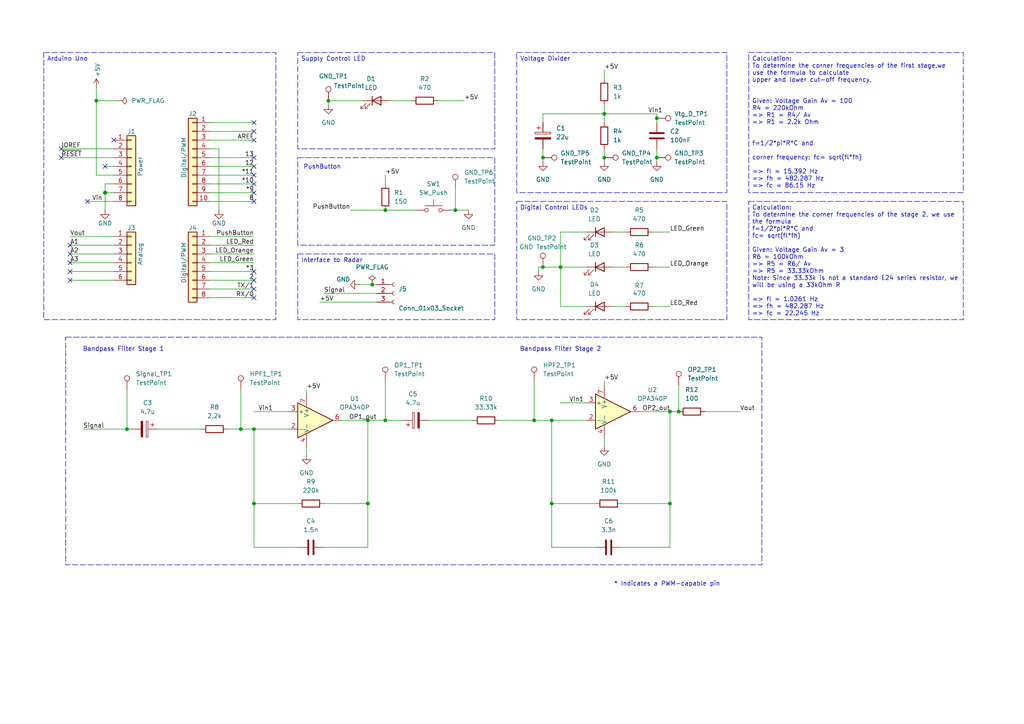
<source format=kicad_sch>
(kicad_sch (version 20231120) (generator "eeschema") (generator_version "8.0")
  (paper "A4")
  (title_block (title "Radar Module PCB Development") (date "2024-05-16") (rev "R1.3") (company "University of Applied Sciences Darmstadt") (comment 1 "Henrique Rangan - 1130830") (comment 2 "Rakshitha Kukke Prakash - 1127988"))
  (lib_symbols
    (symbol "Amplifier_Operational:OPA340P" (pin_names (offset 0.127))
      (property "Reference" "U" (at 0 6.35 0))
      (property "Value" "OPA340P" (at 0 3.81 0))
      (symbol "OPA340P_0_1"
        (polyline (pts (xy -5.08 5.08) (xy 5.08 0) (xy -5.08 -5.08) (xy -5.08 5.08)) (stroke (width 0.254)) (fill (type background)))
      )
      (symbol "OPA340P_1_1"
        (pin no_connect line (at -5.08 -2.54 90) (length 2.54) hide (name "NC") (number "1"))
        (pin input line (at -7.62 -2.54 0) (length 2.54) (name "-") (number "2"))
        (pin input line (at -7.62 2.54 0) (length 2.54) (name "+") (number "3"))
        (pin power_in line (at -2.54 -7.62 90) (length 3.81) (name "V-") (number "4"))
        (pin no_connect line (at -2.54 -2.54 90) (length 2.54) hide (name "NC") (number "5"))
        (pin output line (at 7.62 0 180) (length 2.54) (name "~") (number "6"))
        (pin power_in line (at -2.54 7.62 270) (length 3.81) (name "V+") (number "7"))
        (pin no_connect line (at 0 -2.54 90) (length 2.54) hide (name "NC") (number "8"))
      )
    )
    (symbol "Connector:Conn_01x03_Socket" (pin_names (offset 1.016) hide)
      (property "Reference" "J" (at 0 5.08 0))
      (property "Value" "Conn_01x03_Socket" (at 0 -5.08 0))
      (symbol "Conn_01x03_Socket_1_1"
        (arc (start 0 -2.032) (mid -0.5058 -2.54) (end 0 -3.048) (stroke (width 0.1524)))
        (polyline (pts (xy -1.27 -2.54) (xy -0.508 -2.54)) (stroke (width 0.1524)))
        (polyline (pts (xy -1.27 0) (xy -0.508 0)) (stroke (width 0.1524)))
        (polyline (pts (xy -1.27 2.54) (xy -0.508 2.54)) (stroke (width 0.1524)))
        (arc (start 0 0.508) (mid -0.5058 0) (end 0 -0.508) (stroke (width 0.1524)))
        (arc (start 0 3.048) (mid -0.5058 2.54) (end 0 2.032) (stroke (width 0.1524)))
        (pin passive line (at -5.08 2.54 0) (length 3.81) (name "Pin_1") (number "1"))
        (pin passive line (at -5.08 0 0) (length 3.81) (name "Pin_2") (number "2"))
        (pin passive line (at -5.08 -2.54 0) (length 3.81) (name "Pin_3") (number "3"))
      )
    )
    (symbol "Connector:TestPoint" (pin_numbers hide) (pin_names (offset 0.762) hide)
      (property "Reference" "TP" (at 0 6.858 0))
      (property "Value" "TestPoint" (at 0 5.08 0))
      (symbol "TestPoint_0_1"
        (circle (center 0 3.302) (radius 0.762))
      )
      (symbol "TestPoint_1_1"
        (pin passive line (at 0 0 90) (length 2.54) (name "1") (number "1"))
      )
    )
    (symbol "Connector_Generic:Conn_01x06" (pin_names (offset 1.016) hide)
      (property "Reference" "J" (at 0 7.62 0))
      (property "Value" "Conn_01x06" (at 0 -10.16 0))
      (symbol "Conn_01x06_1_1"
        (rectangle (start -1.27 -7.493) (end 0 -7.747) (stroke (width 0.1524)))
        (rectangle (start -1.27 -4.953) (end 0 -5.207) (stroke (width 0.1524)))
        (rectangle (start -1.27 -2.413) (end 0 -2.667) (stroke (width 0.1524)))
        (rectangle (start -1.27 0.127) (end 0 -0.127) (stroke (width 0.1524)))
        (rectangle (start -1.27 2.667) (end 0 2.413) (stroke (width 0.1524)))
        (rectangle (start -1.27 5.207) (end 0 4.953) (stroke (width 0.1524)))
        (rectangle (start -1.27 6.35) (end 1.27 -8.89) (stroke (width 0.254)) (fill (type background)))
        (pin passive line (at -5.08 5.08 0) (length 3.81) (name "Pin_1") (number "1"))
        (pin passive line (at -5.08 2.54 0) (length 3.81) (name "Pin_2") (number "2"))
        (pin passive line (at -5.08 0 0) (length 3.81) (name "Pin_3") (number "3"))
        (pin passive line (at -5.08 -2.54 0) (length 3.81) (name "Pin_4") (number "4"))
        (pin passive line (at -5.08 -5.08 0) (length 3.81) (name "Pin_5") (number "5"))
        (pin passive line (at -5.08 -7.62 0) (length 3.81) (name "Pin_6") (number "6"))
      )
    )
    (symbol "Connector_Generic:Conn_01x08" (pin_names (offset 1.016) hide)
      (property "Reference" "J" (at 0 10.16 0))
      (property "Value" "Conn_01x08" (at 0 -12.7 0))
      (symbol "Conn_01x08_1_1"
        (rectangle (start -1.27 -10.033) (end 0 -10.287) (stroke (width 0.1524)))
        (rectangle (start -1.27 -7.493) (end 0 -7.747) (stroke (width 0.1524)))
        (rectangle (start -1.27 -4.953) (end 0 -5.207) (stroke (width 0.1524)))
        (rectangle (start -1.27 -2.413) (end 0 -2.667) (stroke (width 0.1524)))
        (rectangle (start -1.27 0.127) (end 0 -0.127) (stroke (width 0.1524)))
        (rectangle (start -1.27 2.667) (end 0 2.413) (stroke (width 0.1524)))
        (rectangle (start -1.27 5.207) (end 0 4.953) (stroke (width 0.1524)))
        (rectangle (start -1.27 7.747) (end 0 7.493) (stroke (width 0.1524)))
        (rectangle (start -1.27 8.89) (end 1.27 -11.43) (stroke (width 0.254)) (fill (type background)))
        (pin passive line (at -5.08 7.62 0) (length 3.81) (name "Pin_1") (number "1"))
        (pin passive line (at -5.08 5.08 0) (length 3.81) (name "Pin_2") (number "2"))
        (pin passive line (at -5.08 2.54 0) (length 3.81) (name "Pin_3") (number "3"))
        (pin passive line (at -5.08 0 0) (length 3.81) (name "Pin_4") (number "4"))
        (pin passive line (at -5.08 -2.54 0) (length 3.81) (name "Pin_5") (number "5"))
        (pin passive line (at -5.08 -5.08 0) (length 3.81) (name "Pin_6") (number "6"))
        (pin passive line (at -5.08 -7.62 0) (length 3.81) (name "Pin_7") (number "7"))
        (pin passive line (at -5.08 -10.16 0) (length 3.81) (name "Pin_8") (number "8"))
      )
    )
    (symbol "Connector_Generic:Conn_01x10" (pin_names (offset 1.016) hide)
      (property "Reference" "J" (at 0 12.7 0))
      (property "Value" "Conn_01x10" (at 0 -15.24 0))
      (symbol "Conn_01x10_1_1"
        (rectangle (start -1.27 -12.573) (end 0 -12.827) (stroke (width 0.1524)))
        (rectangle (start -1.27 -10.033) (end 0 -10.287) (stroke (width 0.1524)))
        (rectangle (start -1.27 -7.493) (end 0 -7.747) (stroke (width 0.1524)))
        (rectangle (start -1.27 -4.953) (end 0 -5.207) (stroke (width 0.1524)))
        (rectangle (start -1.27 -2.413) (end 0 -2.667) (stroke (width 0.1524)))
        (rectangle (start -1.27 0.127) (end 0 -0.127) (stroke (width 0.1524)))
        (rectangle (start -1.27 2.667) (end 0 2.413) (stroke (width 0.1524)))
        (rectangle (start -1.27 5.207) (end 0 4.953) (stroke (width 0.1524)))
        (rectangle (start -1.27 7.747) (end 0 7.493) (stroke (width 0.1524)))
        (rectangle (start -1.27 10.287) (end 0 10.033) (stroke (width 0.1524)))
        (rectangle (start -1.27 11.43) (end 1.27 -13.97) (stroke (width 0.254)) (fill (type background)))
        (pin passive line (at -5.08 10.16 0) (length 3.81) (name "Pin_1") (number "1"))
        (pin passive line (at -5.08 -12.7 0) (length 3.81) (name "Pin_10") (number "10"))
        (pin passive line (at -5.08 7.62 0) (length 3.81) (name "Pin_2") (number "2"))
        (pin passive line (at -5.08 5.08 0) (length 3.81) (name "Pin_3") (number "3"))
        (pin passive line (at -5.08 2.54 0) (length 3.81) (name "Pin_4") (number "4"))
        (pin passive line (at -5.08 0 0) (length 3.81) (name "Pin_5") (number "5"))
        (pin passive line (at -5.08 -2.54 0) (length 3.81) (name "Pin_6") (number "6"))
        (pin passive line (at -5.08 -5.08 0) (length 3.81) (name "Pin_7") (number "7"))
        (pin passive line (at -5.08 -7.62 0) (length 3.81) (name "Pin_8") (number "8"))
        (pin passive line (at -5.08 -10.16 0) (length 3.81) (name "Pin_9") (number "9"))
      )
    )
    (symbol "Device:C" (pin_numbers hide) (pin_names (offset 0.254))
      (property "Reference" "C" (at 0.635 2.54 0))
      (property "Value" "C" (at 0.635 -2.54 0))
      (symbol "C_0_1"
        (polyline (pts (xy -2.032 -0.762) (xy 2.032 -0.762)) (stroke (width 0.508)))
        (polyline (pts (xy -2.032 0.762) (xy 2.032 0.762)) (stroke (width 0.508)))
      )
      (symbol "C_1_1"
        (pin passive line (at 0 3.81 270) (length 2.794) (name "~") (number "1"))
        (pin passive line (at 0 -3.81 90) (length 2.794) (name "~") (number "2"))
      )
    )
    (symbol "Device:C_Polarized" (pin_numbers hide) (pin_names (offset 0.254))
      (property "Reference" "C" (at 0.635 2.54 0))
      (property "Value" "C_Polarized" (at 0.635 -2.54 0))
      (symbol "C_Polarized_0_1"
        (rectangle (start -2.286 0.508) (end 2.286 1.016))
        (polyline (pts (xy -1.778 2.286) (xy -0.762 2.286)))
        (polyline (pts (xy -1.27 2.794) (xy -1.27 1.778)))
        (rectangle (start 2.286 -0.508) (end -2.286 -1.016) (fill (type outline)))
      )
      (symbol "C_Polarized_1_1"
        (pin passive line (at 0 3.81 270) (length 2.794) (name "~") (number "1"))
        (pin passive line (at 0 -3.81 90) (length 2.794) (name "~") (number "2"))
      )
    )
    (symbol "Device:LED" (pin_numbers hide) (pin_names (offset 1.016) hide)
      (property "Reference" "D" (at 0 2.54 0))
      (property "Value" "LED" (at 0 -2.54 0))
      (symbol "LED_0_1"
        (polyline (pts (xy -1.27 -1.27) (xy -1.27 1.27)) (stroke (width 0.254)))
        (polyline (pts (xy -1.27 0) (xy 1.27 0)))
        (polyline (pts (xy 1.27 -1.27) (xy 1.27 1.27) (xy -1.27 0) (xy 1.27 -1.27)) (stroke (width 0.254)))
        (polyline (pts (xy -3.048 -0.762) (xy -4.572 -2.286) (xy -3.81 -2.286) (xy -4.572 -2.286) (xy -4.572 -1.524)))
        (polyline (pts (xy -1.778 -0.762) (xy -3.302 -2.286) (xy -2.54 -2.286) (xy -3.302 -2.286) (xy -3.302 -1.524)))
      )
      (symbol "LED_1_1"
        (pin passive line (at -3.81 0 0) (length 2.54) (name "K") (number "1"))
        (pin passive line (at 3.81 0 180) (length 2.54) (name "A") (number "2"))
      )
    )
    (symbol "Device:R" (pin_numbers hide) (pin_names (offset 0))
      (property "Reference" "R" (at 2.032 0 90))
      (property "Value" "R" (at 0 0 90))
      (symbol "R_0_1"
        (rectangle (start -1.016 -2.54) (end 1.016 2.54) (stroke (width 0.254)))
      )
      (symbol "R_1_1"
        (pin passive line (at 0 3.81 270) (length 1.27) (name "~") (number "1"))
        (pin passive line (at 0 -3.81 90) (length 1.27) (name "~") (number "2"))
      )
    )
    (symbol "Switch:SW_Push" (pin_numbers hide) (pin_names (offset 1.016) hide)
      (property "Reference" "SW" (at 1.27 2.54 0))
      (property "Value" "SW_Push" (at 0 -1.524 0))
      (symbol "SW_Push_0_1"
        (circle (center -2.032 0) (radius 0.508))
        (polyline (pts (xy 0 1.27) (xy 0 3.048)))
        (polyline (pts (xy 2.54 1.27) (xy -2.54 1.27)))
        (circle (center 2.032 0) (radius 0.508))
        (pin passive line (at -5.08 0 0) (length 2.54) (name "1") (number "1"))
        (pin passive line (at 5.08 0 180) (length 2.54) (name "2") (number "2"))
      )
    )
    (symbol "power:+5V" (power) (pin_numbers hide) (pin_names (offset 0) hide)
      (property "Value" "+5V" (at 0 3.556 0))
      (symbol "+5V_0_1"
        (polyline (pts (xy -0.762 1.27) (xy 0 2.54)))
        (polyline (pts (xy 0 0) (xy 0 2.54)))
        (polyline (pts (xy 0 2.54) (xy 0.762 1.27)))
      )
      (symbol "+5V_1_1"
        (pin power_in line (at 0 0 90) (length 0) (name "~") (number "1"))
      )
    )
    (symbol "power:GND" (power) (pin_numbers hide) (pin_names (offset 0) hide)
      (property "Value" "GND" (at 0 -3.81 0))
      (symbol "GND_0_1"
        (polyline (pts (xy 0 0) (xy 0 -1.27) (xy 1.27 -1.27) (xy 0 -2.54) (xy -1.27 -1.27) (xy 0 -1.27)))
      )
      (symbol "GND_1_1"
        (pin power_in line (at 0 0 270) (length 0) (name "~") (number "1"))
      )
    )
    (symbol "power:PWR_FLAG" (power) (pin_numbers hide) (pin_names (offset 0) hide)
      (property "Value" "PWR_FLAG" (at 0 3.81 0))
      (symbol "PWR_FLAG_0_0"
        (pin power_out line (at 0 0 90) (length 0) (name "~") (number "1"))
      )
      (symbol "PWR_FLAG_0_1"
        (polyline (pts (xy 0 0) (xy 0 1.27) (xy -1.016 1.905) (xy 0 2.54) (xy 1.016 1.905) (xy 0 1.27)))
      )
    )
  )
  (junction (at 190.5 45.72))
  (junction (at 36.83 124.46))
  (junction (at 160.02 146.05))
  (junction (at 154.94 121.92))
  (junction (at 132.08 60.96))
  (junction (at 157.48 45.72))
  (junction (at 30.48 55.88) (diameter 1.016))
  (junction (at 69.85 124.46))
  (junction (at 107.95 82.55))
  (junction (at 194.31 146.05))
  (junction (at 111.76 121.92))
  (junction (at 160.02 121.92))
  (junction (at 111.76 60.96))
  (junction (at 157.48 77.47))
  (junction (at 190.5 34.29))
  (junction (at 196.85 119.38))
  (junction (at 162.56 77.47))
  (junction (at 106.68 121.92))
  (junction (at 27.94 29.21))
  (junction (at 106.68 146.05))
  (junction (at 194.31 119.38))
  (junction (at 95.25 29.21))
  (junction (at 73.66 124.46))
  (junction (at 175.26 33.02))
  (junction (at 73.66 146.05))
  (junction (at 175.26 45.72))
  (no_connect (at 73.66 58.42))
  (no_connect (at 73.66 53.34))
  (no_connect (at 20.32 71.12))
  (no_connect (at 73.66 45.72))
  (no_connect (at 73.66 40.64))
  (no_connect (at 20.32 81.28))
  (no_connect (at 20.32 78.74))
  (no_connect (at 30.48 48.26))
  (no_connect (at 73.66 38.1))
  (no_connect (at 73.66 78.74))
  (no_connect (at 73.66 81.28))
  (no_connect (at 73.66 48.26))
  (no_connect (at 17.78 43.18))
  (no_connect (at 73.66 86.36))
  (no_connect (at 73.66 55.88))
  (no_connect (at 20.32 73.66))
  (no_connect (at 33.02 40.64))
  (no_connect (at 73.66 35.56))
  (no_connect (at 17.78 45.72))
  (no_connect (at 20.32 76.2))
  (no_connect (at 73.66 83.82))
  (no_connect (at 73.66 50.8))
  (no_connect (at 25.4 58.42))
  (wire (pts (xy 60.96 86.36) (xy 73.66 86.36)))
  (wire (pts (xy 124.46 121.92) (xy 137.16 121.92)))
  (wire (pts (xy 189.23 67.31) (xy 194.31 67.31)))
  (wire (pts (xy 175.26 110.49) (xy 175.26 111.76)))
  (wire (pts (xy 180.34 146.05) (xy 194.31 146.05)))
  (wire (pts (xy 144.78 121.92) (xy 154.94 121.92)))
  (wire (pts (xy 60.96 53.34) (xy 73.66 53.34)))
  (wire (pts (xy 69.85 124.46) (xy 73.66 124.46)))
  (wire (pts (xy 93.98 146.05) (xy 106.68 146.05)))
  (wire (pts (xy 60.96 35.56) (xy 73.66 35.56)))
  (wire (pts (xy 154.94 110.49) (xy 154.94 121.92)))
  (wire (pts (xy 175.26 45.72) (xy 175.26 46.99)))
  (wire (pts (xy 30.48 53.34) (xy 30.48 55.88)))
  (wire (pts (xy 73.66 124.46) (xy 73.66 146.05)))
  (wire (pts (xy 20.32 81.28) (xy 33.02 81.28)))
  (wire (pts (xy 27.94 29.21) (xy 27.94 50.8)))
  (wire (pts (xy 25.4 58.42) (xy 33.02 58.42)))
  (wire (pts (xy 30.48 55.88) (xy 30.48 60.96)))
  (wire (pts (xy 111.76 60.96) (xy 120.65 60.96)))
  (wire (pts (xy 92.71 87.63) (xy 109.22 87.63)))
  (wire (pts (xy 27.94 29.21) (xy 34.29 29.21)))
  (wire (pts (xy 175.26 43.18) (xy 175.26 45.72)))
  (wire (pts (xy 30.48 48.26) (xy 33.02 48.26)))
  (wire (pts (xy 86.36 158.75) (xy 73.66 158.75)))
  (wire (pts (xy 189.23 88.9) (xy 194.31 88.9)))
  (wire (pts (xy 27.94 50.8) (xy 33.02 50.8)))
  (wire (pts (xy 27.94 25.4) (xy 27.94 29.21)))
  (wire (pts (xy 162.56 88.9) (xy 162.56 77.47)))
  (wire (pts (xy 180.34 158.75) (xy 194.31 158.75)))
  (wire (pts (xy 60.96 45.72) (xy 73.66 45.72)))
  (wire (pts (xy 86.36 146.05) (xy 73.66 146.05)))
  (wire (pts (xy 36.83 124.46) (xy 38.1 124.46)))
  (wire (pts (xy 160.02 158.75) (xy 160.02 146.05)))
  (wire (pts (xy 93.98 158.75) (xy 106.68 158.75)))
  (wire (pts (xy 60.96 68.58) (xy 73.66 68.58)))
  (wire (pts (xy 172.72 158.75) (xy 160.02 158.75)))
  (wire (pts (xy 33.02 68.58) (xy 20.32 68.58)))
  (wire (pts (xy 177.8 88.9) (xy 181.61 88.9)))
  (wire (pts (xy 60.96 48.26) (xy 73.66 48.26)))
  (wire (pts (xy 170.18 88.9) (xy 162.56 88.9)))
  (wire (pts (xy 60.96 71.12) (xy 73.66 71.12)))
  (wire (pts (xy 157.48 35.56) (xy 157.48 33.02)))
  (wire (pts (xy 132.08 60.96) (xy 135.89 60.96)))
  (wire (pts (xy 175.26 20.32) (xy 175.26 22.86)))
  (wire (pts (xy 177.8 77.47) (xy 181.61 77.47)))
  (wire (pts (xy 177.8 67.31) (xy 181.61 67.31)))
  (wire (pts (xy 66.04 124.46) (xy 69.85 124.46)))
  (wire (pts (xy 127 29.21) (xy 134.62 29.21)))
  (wire (pts (xy 111.76 121.92) (xy 116.84 121.92)))
  (wire (pts (xy 60.96 55.88) (xy 73.66 55.88)))
  (wire (pts (xy 204.47 119.38) (xy 214.63 119.38)))
  (wire (pts (xy 60.96 76.2) (xy 73.66 76.2)))
  (wire (pts (xy 190.5 33.02) (xy 190.5 34.29)))
  (wire (pts (xy 154.94 121.92) (xy 160.02 121.92)))
  (wire (pts (xy 36.83 113.03) (xy 36.83 124.46)))
  (wire (pts (xy 17.78 43.18) (xy 33.02 43.18)))
  (wire (pts (xy 157.48 77.47) (xy 162.56 77.47)))
  (wire (pts (xy 45.72 124.46) (xy 58.42 124.46)))
  (wire (pts (xy 162.56 116.84) (xy 170.18 116.84)))
  (wire (pts (xy 175.26 127) (xy 175.26 129.54)))
  (wire (pts (xy 189.23 77.47) (xy 194.31 77.47)))
  (wire (pts (xy 156.21 77.47) (xy 156.21 78.74)))
  (wire (pts (xy 63.5 43.18) (xy 63.5 60.96)))
  (wire (pts (xy 99.06 121.92) (xy 106.68 121.92)))
  (wire (pts (xy 160.02 121.92) (xy 170.18 121.92)))
  (wire (pts (xy 106.68 158.75) (xy 106.68 146.05)))
  (wire (pts (xy 60.96 40.64) (xy 73.66 40.64)))
  (wire (pts (xy 175.26 33.02) (xy 190.5 33.02)))
  (wire (pts (xy 111.76 110.49) (xy 111.76 121.92)))
  (wire (pts (xy 88.9 129.54) (xy 88.9 132.08)))
  (wire (pts (xy 157.48 43.18) (xy 157.48 45.72)))
  (wire (pts (xy 33.02 73.66) (xy 20.32 73.66)))
  (wire (pts (xy 17.78 45.72) (xy 33.02 45.72)))
  (wire (pts (xy 175.26 33.02) (xy 175.26 35.56)))
  (wire (pts (xy 33.02 55.88) (xy 30.48 55.88)))
  (wire (pts (xy 93.98 85.09) (xy 109.22 85.09)))
  (wire (pts (xy 196.85 111.76) (xy 196.85 119.38)))
  (wire (pts (xy 190.5 45.72) (xy 190.5 46.99)))
  (wire (pts (xy 104.14 82.55) (xy 107.95 82.55)))
  (wire (pts (xy 190.5 43.18) (xy 190.5 45.72)))
  (wire (pts (xy 111.76 50.8) (xy 111.76 53.34)))
  (wire (pts (xy 88.9 113.03) (xy 88.9 114.3)))
  (wire (pts (xy 175.26 30.48) (xy 175.26 33.02)))
  (wire (pts (xy 20.32 71.12) (xy 33.02 71.12)))
  (wire (pts (xy 106.68 121.92) (xy 111.76 121.92)))
  (wire (pts (xy 130.81 60.96) (xy 132.08 60.96)))
  (wire (pts (xy 24.13 124.46) (xy 36.83 124.46)))
  (wire (pts (xy 194.31 119.38) (xy 196.85 119.38)))
  (wire (pts (xy 157.48 45.72) (xy 157.48 46.99)))
  (wire (pts (xy 60.96 43.18) (xy 63.5 43.18)))
  (wire (pts (xy 132.08 54.61) (xy 132.08 60.96)))
  (wire (pts (xy 101.6 60.96) (xy 111.76 60.96)))
  (wire (pts (xy 33.02 53.34) (xy 30.48 53.34)))
  (wire (pts (xy 113.03 29.21) (xy 119.38 29.21)))
  (wire (pts (xy 60.96 50.8) (xy 73.66 50.8)))
  (wire (pts (xy 60.96 73.66) (xy 73.66 73.66)))
  (wire (pts (xy 83.82 119.38) (xy 73.66 119.38)))
  (wire (pts (xy 20.32 76.2) (xy 33.02 76.2)))
  (wire (pts (xy 185.42 119.38) (xy 194.31 119.38)))
  (wire (pts (xy 162.56 67.31) (xy 162.56 77.47)))
  (wire (pts (xy 73.66 124.46) (xy 83.82 124.46)))
  (wire (pts (xy 157.48 33.02) (xy 175.26 33.02)))
  (wire (pts (xy 106.68 121.92) (xy 106.68 146.05)))
  (wire (pts (xy 95.25 30.48) (xy 95.25 29.21)))
  (wire (pts (xy 73.66 158.75) (xy 73.66 146.05)))
  (wire (pts (xy 156.21 77.47) (xy 157.48 77.47)))
  (wire (pts (xy 69.85 113.03) (xy 69.85 124.46)))
  (wire (pts (xy 60.96 38.1) (xy 73.66 38.1)))
  (wire (pts (xy 60.96 81.28) (xy 73.66 81.28)))
  (wire (pts (xy 60.96 78.74) (xy 73.66 78.74)))
  (wire (pts (xy 190.5 34.29) (xy 190.5 35.56)))
  (wire (pts (xy 107.95 82.55) (xy 109.22 82.55)))
  (wire (pts (xy 194.31 158.75) (xy 194.31 146.05)))
  (wire (pts (xy 95.25 29.21) (xy 105.41 29.21)))
  (wire (pts (xy 160.02 121.92) (xy 160.02 146.05)))
  (wire (pts (xy 194.31 119.38) (xy 194.31 146.05)))
  (wire (pts (xy 60.96 83.82) (xy 73.66 83.82)))
  (wire (pts (xy 162.56 77.47) (xy 170.18 77.47)))
  (wire (pts (xy 172.72 146.05) (xy 160.02 146.05)))
  (wire (pts (xy 33.02 78.74) (xy 20.32 78.74)))
  (wire (pts (xy 170.18 67.31) (xy 162.56 67.31)))
  (wire (pts (xy 60.96 58.42) (xy 73.66 58.42)))
  (rectangle (start 86.36 45.72) (end 143.51 71.12) (stroke (width 0) (type dash)))
  (text_box "Calculation:\nTo determine the corner frequencies of the stage 2, we use the formula\nf=1/2*pi*R*C and \nfc= sqrt(fl*fh)\n\nGiven: Voltage Gain Av = 3\nR6 = 100kOhm\n=> R5 = R6/ Av\n=> R5 = 33.33kOhm\nNote: Since 33.33k is not a standard E24 series resistor, we will be using a 33kOhm R\n\n=> fl = 1.0261 Hz\n=> fh = 482.287 Hz\n=> fc = 22.245 Hz\n" (at 217.17 58.42 0) (size 62.23 34.29) (stroke (width 0) (type dash)) (effects (font (size 1.27 1.27)) (justify left top)))
  (text_box "Voltage Divider" (at 149.86 15.24 0) (size 60.96 40.64) (stroke (width 0) (type dash)) (effects (font (size 1.27 1.27)) (justify left top)))
  (text_box "" (at 19.05 97.79 0) (size 201.93 66.04) (stroke (width 0) (type dash)) (effects (font (size 1.27 1.27)) (justify left top)))
  (text_box "Interface to Radar\n" (at 86.36 73.66 0) (size 57.15 19.05) (stroke (width 0) (type dash)) (effects (font (size 1.27 1.27)) (justify left top)))
  (text_box "Supply Control LED" (at 86.36 15.24 0) (size 57.15 27.94) (stroke (width 0) (type dash)) (effects (font (size 1.27 1.27)) (justify left top)))
  (text_box "Arduino Uno " (at 12.7 15.24 0) (size 67.31 77.47) (stroke (width 0) (type dash)) (effects (font (size 1.27 1.27)) (justify left top)))
  (text_box "Calculation:\nTo determine the corner frequencies of the first stage,we use the formula to calculate\nupper and lower cut-off frequency,\n\n\nGiven: Voltage Gain Av = 100\nR4 = 220kOhm\n=> R1 = R4/ Av\n=> R1 = 2.2k Ohm\n\n\nf=1/2*pi*R*C and \n\ncorner frequency: fc= sqrt(fl*fh)\n\n=> fl = 15.392 Hz\n=> fh = 482.287 Hz\n=> fc = 86.15 Hz\n\n\n" (at 217.17 15.24 0) (size 62.23 40.64) (stroke (width 0) (type dash)) (effects (font (size 1.27 1.27)) (justify left top)))
  (text_box "Digital Control LEDs" (at 149.86 58.42 0) (size 60.96 34.29) (stroke (width 0) (type dash)) (effects (font (size 1.27 1.27)) (justify left top)))
  (text "Bandpass Filter Stage 2" (at 162.56 101.346 0) (effects (font (size 1.27 1.27))))
  (text "* Indicates a PWM-capable pin" (at 178.054 170.18 0) (effects (font (size 1.27 1.27)) (justify left bottom)))
  (text "PushButton\n" (at 93.472 48.514 0) (effects (font (size 1.27 1.27))))
  (text "Bandpass Filter Stage 1\n" (at 35.814 101.346 0) (effects (font (size 1.27 1.27))))
  (label "RX{slash}0" (at 73.66 86.36 180))
  (label "A2" (at 20.32 73.66 0))
  (label "LED_Green" (at 73.66 76.2 180))
  (label "LED_Red" (at 194.31 88.9 0))
  (label "2" (at 73.66 81.28 180))
  (label "A3" (at 20.32 76.2 0))
  (label "LED_Green" (at 194.31 67.31 0))
  (label "13" (at 73.66 45.72 180))
  (label "12" (at 73.66 48.26 180))
  (label "+5V" (at 175.26 110.49 0))
  (label "~{RESET}" (at 17.78 45.72 0))
  (label "Vin1" (at 165.1 116.84 0))
  (label "+5V" (at 88.9 113.03 0))
  (label "OP1_out" (at 109.22 121.92 180))
  (label "*10" (at 73.66 53.34 180))
  (label "+5V" (at 175.26 20.32 0))
  (label "Vin1" (at 74.93 119.38 0))
  (label "+5V" (at 92.71 87.63 0))
  (label "LED_Orange" (at 194.31 77.47 0))
  (label "Vout" (at 214.63 119.38 0))
  (label "PushButton" (at 73.66 68.58 180))
  (label "8" (at 73.66 58.42 180))
  (label "OP2_out" (at 194.31 119.38 180))
  (label "Vin1" (at 187.96 33.02 0))
  (label "+5V" (at 134.62 29.21 0))
  (label "*11" (at 73.66 50.8 180))
  (label "*3" (at 73.66 78.74 180))
  (label "A1" (at 20.32 71.12 0))
  (label "TX{slash}1" (at 73.66 83.82 180))
  (label "Vout" (at 20.32 68.58 0))
  (label "AREF" (at 73.66 40.64 180))
  (label "Signal" (at 24.13 124.46 0))
  (label "+5V" (at 111.76 50.8 0))
  (label "Signal" (at 93.98 85.09 0))
  (label "Vin" (at 26.67 58.42 0))
  (label "LED_Red" (at 73.66 71.12 180))
  (label "*9" (at 73.66 55.88 180))
  (label "LED_Orange" (at 73.66 73.66 180))
  (label "IOREF" (at 17.78 43.18 0))
  (label "PushButton" (at 101.6 60.96 180))
  (symbol (lib_id "Connector_Generic:Conn_01x08") (at 38.1 48.26 0) (unit 1)
    (property "Reference" "J1" (at 38.1 38.1 0))
    (property "Value" "Power" (at 40.64 48.26 90))
    (property "Footprint" "Connector_PinHeader_2.54mm:PinHeader_1x08_P2.54mm_Vertical" (effects (hide yes)))
  )
  (symbol (lib_id "power:+5V") (at 27.94 25.4 0) (unit 1)
    (property "Reference" "#PWR02" (effects (hide yes)))
    (property "Value" "+5V" (at 28.2956 22.352 90) (effects (justify left)))
    (property "Description" "Power symbol creates a global label with name \"+5V\"" (effects (hide yes)))
  )
  (symbol (lib_id "power:GND") (at 30.48 60.96 0) (unit 1)
    (property "Reference" "#PWR04" (effects (hide yes)))
    (property "Value" "GND" (at 30.48 64.77 0))
    (property "Description" "Power symbol creates a global label with name \"GND\" , ground" (effects (hide yes)))
  )
  (symbol (lib_id "Connector_Generic:Conn_01x10") (at 55.88 45.72 0) (mirror y) (unit 1)
    (property "Reference" "J2" (at 55.88 33.02 0))
    (property "Value" "Digital/PWM" (at 53.34 45.72 90))
    (property "Footprint" "Connector_PinHeader_2.54mm:PinHeader_1x10_P2.54mm_Vertical" (effects (hide yes)))
  )
  (symbol (lib_id "power:GND") (at 63.5 60.96 0) (unit 1)
    (property "Reference" "#PWR05" (effects (hide yes)))
    (property "Value" "GND" (at 63.5 64.77 0))
    (property "Description" "Power symbol creates a global label with name \"GND\" , ground" (effects (hide yes)))
  )
  (symbol (lib_id "Connector_Generic:Conn_01x06") (at 38.1 73.66 0) (unit 1)
    (property "Reference" "J3" (at 38.1 66.04 0))
    (property "Value" "Analog" (at 40.64 73.66 90))
    (property "Footprint" "Connector_PinHeader_2.54mm:PinHeader_1x06_P2.54mm_Vertical" (effects (hide yes)))
  )
  (symbol (lib_id "Connector_Generic:Conn_01x08") (at 55.88 76.2 0) (mirror y) (unit 1)
    (property "Reference" "J4" (at 55.88 66.04 0))
    (property "Value" "Digital/PWM" (at 53.34 76.2 90))
    (property "Footprint" "Connector_PinHeader_2.54mm:PinHeader_1x08_P2.54mm_Vertical" (effects (hide yes)))
  )
  (symbol (lib_id "Device:C_Polarized") (at 120.65 121.92 90) (unit 1)
    (property "Reference" "C5" (at 119.761 114.3 90))
    (property "Value" "4.7u" (at 119.761 116.84 90))
    (property "Footprint" "Capacitor_THT:C_Radial_D5.0mm_H11.0mm_P2.00mm" (effects (hide yes)))
    (property "Description" "Polarized capacitor" (effects (hide yes)))
  )
  (symbol (lib_id "Device:C_Polarized") (at 157.48 39.37 0) (unit 1)
    (property "Reference" "C1" (at 161.29 37.2109 0) (effects (justify left)))
    (property "Value" "22u" (at 161.29 39.7509 0) (effects (justify left)))
    (property "Footprint" "Capacitor_THT:C_Radial_D5.0mm_H11.0mm_P2.00mm" (effects (hide yes)))
    (property "Description" "Polarized capacitor" (effects (hide yes)))
  )
  (symbol (lib_id "Switch:SW_Push") (at 125.73 60.96 0) (unit 1)
    (property "Reference" "SW1" (at 125.73 53.34 0))
    (property "Value" "SW_Push" (at 125.73 55.88 0))
    (property "Footprint" "Button_Switch_THT:SW_PUSH_6mm_H7.3mm" (effects (hide yes)))
    (property "Description" "Push button switch, generic, two pins" (effects (hide yes)))
  )
  (symbol (lib_id "Device:C_Polarized") (at 41.91 124.46 270) (unit 1)
    (property "Reference" "C3" (at 42.799 116.84 90))
    (property "Value" "4.7u" (at 42.799 119.38 90))
    (property "Footprint" "Capacitor_THT:C_Radial_D5.0mm_H11.0mm_P2.00mm" (effects (hide yes)))
    (property "Description" "Polarized capacitor" (effects (hide yes)))
  )
  (symbol (lib_id "Connector:TestPoint") (at 190.5 34.29 270) (unit 1)
    (property "Reference" "Vtg_D_TP1" (at 195.58 33.0199 90) (effects (justify left)))
    (property "Value" "TestPoint" (at 195.58 35.5599 90) (effects (justify left)))
    (property "Footprint" "Connector_PinHeader_2.54mm:PinHeader_1x01_P2.54mm_Vertical" (effects (hide yes)))
    (property "Description" "test point" (effects (hide yes)))
  )
  (symbol (lib_id "Connector:TestPoint") (at 190.5 45.72 270) (unit 1)
    (property "Reference" "GND_TP3" (at 195.58 44.4499 90) (effects (justify left)))
    (property "Value" "TestPoint" (at 195.58 46.9899 90) (effects (justify left)))
    (property "Footprint" "Connector_PinHeader_2.54mm:PinHeader_1x01_P2.54mm_Vertical" (effects (hide yes)))
    (property "Description" "test point" (effects (hide yes)))
  )
  (symbol (lib_id "Device:LED") (at 109.22 29.21 0) (unit 1)
    (property "Reference" "D1" (at 107.6325 22.86 0))
    (property "Value" "LED" (at 107.6325 25.4 0))
    (property "Footprint" "LED_THT:LED_D5.0mm" (effects (hide yes)))
    (property "Description" "Light emitting diode" (effects (hide yes)))
  )
  (symbol (lib_id "Device:R") (at 140.97 121.92 90) (unit 1)
    (property "Reference" "R10" (at 140.97 115.57 90))
    (property "Value" "33.33k" (at 140.97 118.11 90))
    (property "Footprint" "Resistor_THT:R_Axial_DIN0207_L6.3mm_D2.5mm_P10.16mm_Horizontal" (effects (hide yes)))
    (property "Description" "Resistor" (effects (hide yes)))
  )
  (symbol (lib_id "Amplifier_Operational:OPA340P") (at 177.8 119.38 0) (unit 1)
    (property "Reference" "U2" (at 189.23 113.0614 0))
    (property "Value" "OPA340P" (at 189.23 115.6014 0))
    (property "Footprint" "Package_DIP:DIP-8_W7.62mm" (effects (hide yes)))
    (property "Datasheet" "http://www.ti.com/lit/ds/symlink/opa340.pdf" (effects (hide yes)))
    (property "Description" "Single Single-Supply, Rail-to-Rail Operational Amplifier, MicroAmplifier Series, DIP-8" (effects (hide yes)))
  )
  (symbol (lib_id "Connector:TestPoint") (at 196.85 111.76 0) (unit 1)
    (property "Reference" "OP2_TP1" (at 199.39 107.1879 0) (effects (justify left)))
    (property "Value" "TestPoint" (at 199.39 109.7279 0) (effects (justify left)))
    (property "Footprint" "Connector_PinHeader_2.54mm:PinHeader_1x01_P2.54mm_Vertical" (effects (hide yes)))
    (property "Description" "test point" (effects (hide yes)))
  )
  (symbol (lib_id "Connector:TestPoint") (at 95.25 29.21 0) (unit 1)
    (property "Reference" "GND_TP1" (at 92.456 22.098 0) (effects (justify left)))
    (property "Value" "TestPoint" (at 96.774 24.892 0) (effects (justify left)))
    (property "Footprint" "Connector_PinHeader_2.54mm:PinHeader_1x01_P2.54mm_Vertical" (effects (hide yes)))
    (property "Description" "test point" (effects (hide yes)))
  )
  (symbol (lib_id "Device:C") (at 90.17 158.75 90) (unit 1)
    (property "Reference" "C4" (at 90.17 151.13 90))
    (property "Value" "1.5n" (at 90.17 153.67 90))
    (property "Footprint" "Capacitor_THT:C_Rect_L7.2mm_W4.5mm_P5.00mm_FKS2_FKP2_MKS2_MKP2" (effects (hide yes)))
    (property "Description" "Unpolarized capacitor" (effects (hide yes)))
  )
  (symbol (lib_id "Amplifier_Operational:OPA340P") (at 91.44 121.92 0) (unit 1)
    (property "Reference" "U1" (at 102.87 115.6014 0))
    (property "Value" "OPA340P" (at 102.87 118.1414 0))
    (property "Footprint" "Package_DIP:DIP-8_W7.62mm" (effects (hide yes)))
    (property "Datasheet" "http://www.ti.com/lit/ds/symlink/opa340.pdf" (effects (hide yes)))
    (property "Description" "Single Single-Supply, Rail-to-Rail Operational Amplifier, MicroAmplifier Series, DIP-8" (effects (hide yes)))
  )
  (symbol (lib_id "Device:R") (at 123.19 29.21 90) (unit 1)
    (property "Reference" "R2" (at 123.19 22.86 90))
    (property "Value" "470" (at 123.19 25.4 90))
    (property "Footprint" "Resistor_THT:R_Axial_DIN0207_L6.3mm_D2.5mm_P10.16mm_Horizontal" (effects (hide yes)))
    (property "Description" "Resistor" (effects (hide yes)))
  )
  (symbol (lib_id "power:GND") (at 175.26 46.99 0) (unit 1)
    (property "Reference" "#PWR011" (effects (hide yes)))
    (property "Value" "GND" (at 175.26 52.07 0))
    (property "Description" "Power symbol creates a global label with name \"GND\" , ground" (effects (hide yes)))
  )
  (symbol (lib_id "power:GND") (at 157.48 46.99 0) (unit 1)
    (property "Reference" "#PWR010" (effects (hide yes)))
    (property "Value" "GND" (at 157.48 52.07 0))
    (property "Description" "Power symbol creates a global label with name \"GND\" , ground" (effects (hide yes)))
  )
  (symbol (lib_id "Device:LED") (at 173.99 67.31 0) (unit 1)
    (property "Reference" "D2" (at 172.4025 60.96 0))
    (property "Value" "LED" (at 172.4025 63.5 0))
    (property "Footprint" "LED_THT:LED_D5.0mm" (effects (hide yes)))
    (property "Description" "Light emitting diode" (effects (hide yes)))
  )
  (symbol (lib_id "Device:C") (at 176.53 158.75 90) (unit 1)
    (property "Reference" "C6" (at 176.53 151.13 90))
    (property "Value" "3.3n" (at 176.53 153.67 90))
    (property "Footprint" "Capacitor_THT:C_Rect_L7.2mm_W4.5mm_P5.00mm_FKS2_FKP2_MKS2_MKP2" (effects (hide yes)))
    (property "Description" "Unpolarized capacitor" (effects (hide yes)))
  )
  (symbol (lib_id "Connector:TestPoint") (at 154.94 110.49 0) (unit 1)
    (property "Reference" "HPF2_TP1" (at 157.48 105.9179 0) (effects (justify left)))
    (property "Value" "TestPoint" (at 157.48 108.4579 0) (effects (justify left)))
    (property "Footprint" "Connector_PinHeader_2.54mm:PinHeader_1x01_P2.54mm_Vertical" (effects (hide yes)))
    (property "Description" "test point" (effects (hide yes)))
  )
  (symbol (lib_id "Device:R") (at 62.23 124.46 90) (unit 1)
    (property "Reference" "R8" (at 62.23 118.11 90))
    (property "Value" "2.2k" (at 62.23 120.65 90))
    (property "Footprint" "Resistor_THT:R_Axial_DIN0207_L6.3mm_D2.5mm_P10.16mm_Horizontal" (effects (hide yes)))
    (property "Description" "Resistor" (effects (hide yes)))
  )
  (symbol (lib_id "power:PWR_FLAG") (at 107.95 82.55 0) (unit 1)
    (property "Reference" "#FLG01" (effects (hide yes)))
    (property "Value" "PWR_FLAG" (at 107.95 77.47 0))
    (property "Description" "Special symbol for telling ERC where power comes from" (effects (hide yes)))
  )
  (symbol (lib_id "power:GND") (at 175.26 129.54 0) (unit 1)
    (property "Reference" "#PWR014" (effects (hide yes)))
    (property "Value" "GND" (at 175.26 134.62 0))
    (property "Description" "Power symbol creates a global label with name \"GND\" , ground" (effects (hide yes)))
  )
  (symbol (lib_id "power:GND") (at 95.25 30.48 0) (unit 1)
    (property "Reference" "#PWR06" (effects (hide yes)))
    (property "Value" "GND" (at 95.25 35.56 0))
    (property "Description" "Power symbol creates a global label with name \"GND\" , ground" (effects (hide yes)))
  )
  (symbol (lib_id "Connector:TestPoint") (at 132.08 54.61 0) (unit 1)
    (property "Reference" "GND_TP6" (at 134.62 50.0379 0) (effects (justify left)))
    (property "Value" "TestPoint" (at 134.62 52.5779 0) (effects (justify left)))
    (property "Footprint" "Connector_PinHeader_2.54mm:PinHeader_1x01_P2.54mm_Vertical" (effects (hide yes)))
    (property "Description" "test point" (effects (hide yes)))
  )
  (symbol (lib_id "power:GND") (at 135.89 60.96 0) (unit 1)
    (property "Reference" "#PWR08" (effects (hide yes)))
    (property "Value" "GND" (at 135.89 66.04 0))
    (property "Description" "Power symbol creates a global label with name \"GND\" , ground" (effects (hide yes)))
  )
  (symbol (lib_id "Device:R") (at 185.42 67.31 90) (unit 1)
    (property "Reference" "R5" (at 185.42 60.96 90))
    (property "Value" "470" (at 185.42 63.5 90))
    (property "Footprint" "Resistor_THT:R_Axial_DIN0207_L6.3mm_D2.5mm_P10.16mm_Horizontal" (effects (hide yes)))
    (property "Description" "Resistor" (effects (hide yes)))
  )
  (symbol (lib_id "power:GND") (at 104.14 82.55 270) (unit 1)
    (property "Reference" "#PWR07" (effects (hide yes)))
    (property "Value" "GND" (at 101.6 81.026 90) (effects (justify right)))
    (property "Description" "Power symbol creates a global label with name \"GND\" , ground" (effects (hide yes)))
  )
  (symbol (lib_id "Connector:Conn_01x03_Socket") (at 114.3 85.09 0) (unit 1)
    (property "Reference" "J5" (at 115.57 83.8199 0) (effects (justify left)))
    (property "Value" "Conn_01x03_Socket" (at 115.57 89.408 0) (effects (justify left)))
    (property "Footprint" "Connector_PinSocket_2.54mm:PinSocket_1x03_P2.54mm_Horizontal" (effects (hide yes)))
    (property "Description" "Generic connector, single row, 01x03, script generated" (effects (hide yes)))
  )
  (symbol (lib_id "Connector:TestPoint") (at 111.76 110.49 0) (unit 1)
    (property "Reference" "OP1_TP1" (at 114.3 105.9179 0) (effects (justify left)))
    (property "Value" "TestPoint" (at 114.3 108.4579 0) (effects (justify left)))
    (property "Footprint" "Connector_PinHeader_2.54mm:PinHeader_1x01_P2.54mm_Vertical" (effects (hide yes)))
    (property "Description" "test point" (effects (hide yes)))
  )
  (symbol (lib_id "power:GND") (at 190.5 46.99 0) (unit 1)
    (property "Reference" "#PWR012" (effects (hide yes)))
    (property "Value" "GND" (at 190.5 52.07 0))
    (property "Description" "Power symbol creates a global label with name \"GND\" , ground" (effects (hide yes)))
  )
  (symbol (lib_id "Connector:TestPoint") (at 157.48 45.72 270) (unit 1)
    (property "Reference" "GND_TP5" (at 162.56 44.4499 90) (effects (justify left)))
    (property "Value" "TestPoint" (at 162.56 46.9899 90) (effects (justify left)))
    (property "Footprint" "Connector_PinHeader_2.54mm:PinHeader_1x01_P2.54mm_Vertical" (effects (hide yes)))
    (property "Description" "test point" (effects (hide yes)))
  )
  (symbol (lib_id "Device:R") (at 176.53 146.05 90) (unit 1)
    (property "Reference" "R11" (at 176.53 139.7 90))
    (property "Value" "100k" (at 176.53 142.24 90))
    (property "Footprint" "Resistor_THT:R_Axial_DIN0207_L6.3mm_D2.5mm_P10.16mm_Horizontal" (effects (hide yes)))
    (property "Description" "Resistor" (effects (hide yes)))
  )
  (symbol (lib_id "Device:C") (at 190.5 39.37 0) (unit 1)
    (property "Reference" "C2" (at 194.31 38.0999 0) (effects (justify left)))
    (property "Value" "100nF" (at 194.31 40.6399 0) (effects (justify left)))
    (property "Footprint" "Capacitor_THT:C_Rect_L7.2mm_W3.0mm_P5.00mm_FKS2_FKP2_MKS2_MKP2" (effects (hide yes)))
    (property "Description" "Unpolarized capacitor" (effects (hide yes)))
  )
  (symbol (lib_id "Connector:TestPoint") (at 36.83 113.03 0) (unit 1)
    (property "Reference" "Signal_TP1" (at 39.37 108.4579 0) (effects (justify left)))
    (property "Value" "TestPoint" (at 39.37 110.9979 0) (effects (justify left)))
    (property "Footprint" "Connector_PinHeader_2.54mm:PinHeader_1x01_P2.54mm_Vertical" (effects (hide yes)))
    (property "Description" "test point" (effects (hide yes)))
  )
  (symbol (lib_id "Device:R") (at 185.42 88.9 90) (unit 1)
    (property "Reference" "R7" (at 185.42 82.804 90))
    (property "Value" "470" (at 185.42 85.09 90))
    (property "Footprint" "Resistor_THT:R_Axial_DIN0207_L6.3mm_D2.5mm_P10.16mm_Horizontal" (effects (hide yes)))
    (property "Description" "Resistor" (effects (hide yes)))
  )
  (symbol (lib_id "power:PWR_FLAG") (at 34.29 29.21 270) (unit 1)
    (property "Reference" "#FLG02" (effects (hide yes)))
    (property "Value" "PWR_FLAG" (at 38.1 29.2099 90) (effects (justify left)))
    (property "Description" "Special symbol for telling ERC where power comes from" (effects (hide yes)))
  )
  (symbol (lib_id "Device:R") (at 175.26 39.37 0) (unit 1)
    (property "Reference" "R4" (at 177.8 38.0999 0) (effects (justify left)))
    (property "Value" "1k" (at 177.8 40.6399 0) (effects (justify left)))
    (property "Footprint" "Resistor_THT:R_Axial_DIN0207_L6.3mm_D2.5mm_P10.16mm_Horizontal" (effects (hide yes)))
    (property "Description" "Resistor" (effects (hide yes)))
  )
  (symbol (lib_id "Device:LED") (at 173.99 88.9 0) (unit 1)
    (property "Reference" "D4" (at 172.4025 82.55 0))
    (property "Value" "LED" (at 172.4025 85.09 0))
    (property "Footprint" "LED_THT:LED_D5.0mm" (effects (hide yes)))
    (property "Description" "Light emitting diode" (effects (hide yes)))
  )
  (symbol (lib_id "Connector:TestPoint") (at 175.26 45.72 270) (unit 1)
    (property "Reference" "GND_TP4" (at 180.34 44.4499 90) (effects (justify left)))
    (property "Value" "TestPoint" (at 180.34 46.9899 90) (effects (justify left)))
    (property "Footprint" "Connector_PinHeader_2.54mm:PinHeader_1x01_P2.54mm_Vertical" (effects (hide yes)))
    (property "Description" "test point" (effects (hide yes)))
  )
  (symbol (lib_id "Device:LED") (at 173.99 77.47 0) (unit 1)
    (property "Reference" "D3" (at 172.4025 71.12 0))
    (property "Value" "LED" (at 172.4025 73.66 0))
    (property "Footprint" "LED_THT:LED_D5.0mm" (effects (hide yes)))
    (property "Description" "Light emitting diode" (effects (hide yes)))
  )
  (symbol (lib_id "Device:R") (at 200.66 119.38 90) (unit 1)
    (property "Reference" "R12" (at 200.66 113.03 90))
    (property "Value" "100" (at 200.66 115.57 90))
    (property "Footprint" "Resistor_THT:R_Axial_DIN0207_L6.3mm_D2.5mm_P10.16mm_Horizontal" (effects (hide yes)))
    (property "Description" "Resistor" (effects (hide yes)))
  )
  (symbol (lib_id "power:GND") (at 88.9 132.08 0) (unit 1)
    (property "Reference" "#PWR013" (effects (hide yes)))
    (property "Value" "GND" (at 88.9 137.16 0))
    (property "Description" "Power symbol creates a global label with name \"GND\" , ground" (effects (hide yes)))
  )
  (symbol (lib_id "power:GND") (at 156.21 78.74 0) (unit 1)
    (property "Reference" "#PWR09" (effects (hide yes)))
    (property "Value" "GND" (at 156.21 83.82 0))
    (property "Description" "Power symbol creates a global label with name \"GND\" , ground" (effects (hide yes)))
  )
  (symbol (lib_id "Device:R") (at 111.76 57.15 0) (unit 1)
    (property "Reference" "R1" (at 114.3 55.8799 0) (effects (justify left)))
    (property "Value" "150" (at 114.3 58.4199 0) (effects (justify left)))
    (property "Footprint" "Resistor_THT:R_Axial_DIN0207_L6.3mm_D2.5mm_P10.16mm_Horizontal" (effects (hide yes)))
    (property "Description" "Resistor" (effects (hide yes)))
  )
  (symbol (lib_id "Connector:TestPoint") (at 69.85 113.03 0) (unit 1)
    (property "Reference" "HPF1_TP1" (at 72.39 108.4579 0) (effects (justify left)))
    (property "Value" "TestPoint" (at 72.39 110.9979 0) (effects (justify left)))
    (property "Footprint" "Connector_PinHeader_2.54mm:PinHeader_1x01_P2.54mm_Vertical" (effects (hide yes)))
    (property "Description" "test point" (effects (hide yes)))
  )
  (symbol (lib_id "Connector:TestPoint") (at 157.48 77.47 0) (unit 1)
    (property "Reference" "GND_TP2" (at 152.908 69.088 0) (effects (justify left)))
    (property "Value" "GND TestPoint" (at 150.622 71.628 0) (effects (justify left)))
    (property "Footprint" "Connector_PinHeader_2.54mm:PinHeader_1x01_P2.54mm_Vertical" (effects (hide yes)))
    (property "Description" "test point" (effects (hide yes)))
  )
  (symbol (lib_id "Device:R") (at 175.26 26.67 0) (unit 1)
    (property "Reference" "R3" (at 177.8 25.3999 0) (effects (justify left)))
    (property "Value" "1k" (at 177.8 27.9399 0) (effects (justify left)))
    (property "Footprint" "Resistor_THT:R_Axial_DIN0207_L6.3mm_D2.5mm_P10.16mm_Horizontal" (effects (hide yes)))
    (property "Description" "Resistor" (effects (hide yes)))
  )
  (symbol (lib_id "Device:R") (at 185.42 77.47 90) (unit 1)
    (property "Reference" "R6" (at 185.42 71.12 90))
    (property "Value" "470" (at 185.42 73.66 90))
    (property "Footprint" "Resistor_THT:R_Axial_DIN0207_L6.3mm_D2.5mm_P10.16mm_Horizontal" (effects (hide yes)))
    (property "Description" "Resistor" (effects (hide yes)))
  )
  (symbol (lib_id "Device:R") (at 90.17 146.05 90) (unit 1)
    (property "Reference" "R9" (at 90.17 139.7 90))
    (property "Value" "220k" (at 90.17 142.24 90))
    (property "Footprint" "Resistor_THT:R_Axial_DIN0207_L6.3mm_D2.5mm_P10.16mm_Horizontal" (effects (hide yes)))
    (property "Description" "Resistor" (effects (hide yes)))
  )
)
</source>
